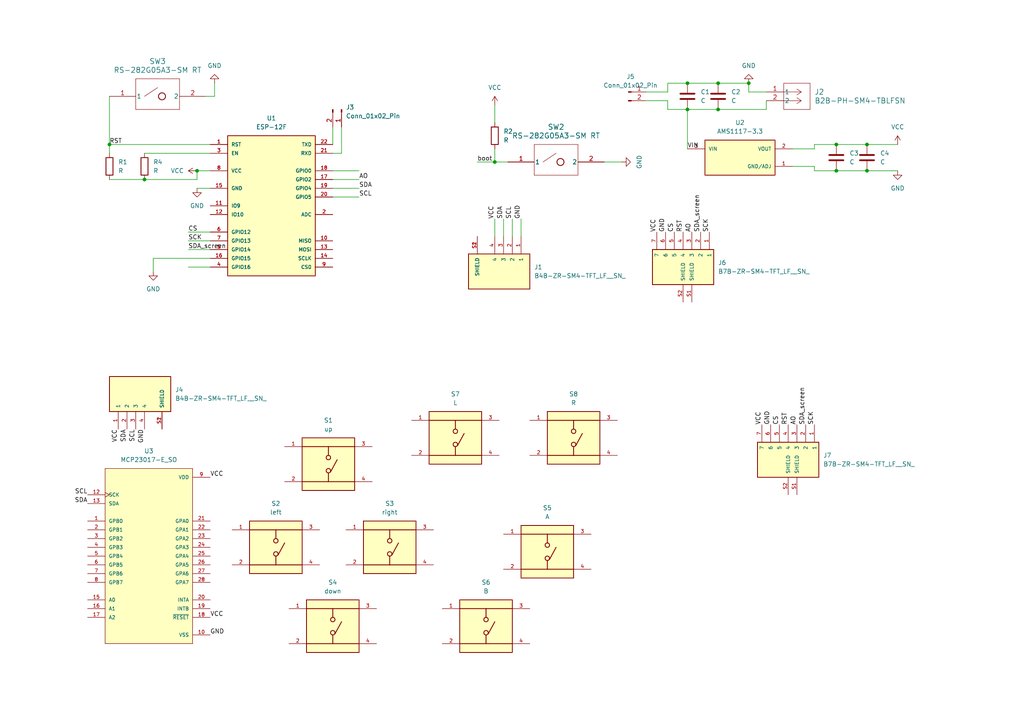
<source format=kicad_sch>
(kicad_sch (version 20230121) (generator eeschema)
  (paper "A4")
  (lib_symbols
    (symbol "Connector:Conn_01x02_Pin" (pin_names (offset 1.016) hide)
      (property "Reference" "J" (at 0 2.54 0))
      (property "Value" "Conn_01x02_Pin" (at 0 -5.08 0))
      (symbol "Conn_01x02_Pin_1_1"
        (polyline (pts (xy 1.27 -2.54) (xy 0.8636 -2.54)) (stroke (width 0.1524)))
        (polyline (pts (xy 1.27 0) (xy 0.8636 0)) (stroke (width 0.1524)))
        (rectangle (start 0.8636 -2.413) (end 0 -2.667) (stroke (width 0.1524)) (fill (type outline)))
        (rectangle (start 0.8636 0.127) (end 0 -0.127) (stroke (width 0.1524)) (fill (type outline)))
        (pin passive line (at 5.08 0 180) (length 3.81) (name "Pin_1") (number "1"))
        (pin passive line (at 5.08 -2.54 180) (length 3.81) (name "Pin_2") (number "2"))
      )
    )
    (symbol "Device:C" (pin_numbers hide) (pin_names (offset 0.254))
      (property "Reference" "C" (at 0.635 2.54 0))
      (property "Value" "C" (at 0.635 -2.54 0))
      (symbol "C_0_1"
        (polyline (pts (xy -2.032 -0.762) (xy 2.032 -0.762)) (stroke (width 0.508)))
        (polyline (pts (xy -2.032 0.762) (xy 2.032 0.762)) (stroke (width 0.508)))
      )
      (symbol "C_1_1"
        (pin passive line (at 0 3.81 270) (length 2.794) (name "~") (number "1"))
        (pin passive line (at 0 -3.81 90) (length 2.794) (name "~") (number "2"))
      )
    )
    (symbol "Device:R" (pin_numbers hide) (pin_names (offset 0))
      (property "Reference" "R" (at 2.032 0 90))
      (property "Value" "R" (at 0 0 90))
      (symbol "R_0_1"
        (rectangle (start -1.016 -2.54) (end 1.016 2.54) (stroke (width 0.254)))
      )
      (symbol "R_1_1"
        (pin passive line (at 0 3.81 270) (length 1.27) (name "~") (number "1"))
        (pin passive line (at 0 -3.81 90) (length 1.27) (name "~") (number "2"))
      )
    )
    (symbol "esp_example_symbols:AMS1117-3.3" (pin_names (offset 1.016))
      (property "Reference" "U" (at -10.16 5.588 0))
      (property "Value" "AMS1117-3.3" (at -10.16 -8.128 0))
      (symbol "AMS1117-3.3_0_0"
        (rectangle (start -10.16 -5.08) (end 10.16 5.08) (stroke (width 0.254)) (fill (type background)))
        (pin power_in line (at 15.24 -2.54 180) (length 5.08) (name "GND/ADJ") (number "1"))
        (pin output line (at 15.24 2.54 180) (length 5.08) (name "VOUT") (number "2"))
        (pin input line (at -15.24 2.54 0) (length 5.08) (name "VIN") (number "3"))
      )
    )
    (symbol "esp_example_symbols:B2B-PH-SM4-TBLFSN" (pin_names (offset 0.254))
      (property "Reference" "J" (at 8.89 6.35 0))
      (property "Value" "B2B-PH-SM4-TBLFSN" (at 0 0 0))
      (symbol "B2B-PH-SM4-TBLFSN_1_1"
        (polyline (pts (xy 5.08 -5.08) (xy 12.7 -5.08)) (stroke (width 0.127)))
        (polyline (pts (xy 5.08 2.54) (xy 5.08 -5.08)) (stroke (width 0.127)))
        (polyline (pts (xy 10.16 -2.54) (xy 5.08 -2.54)) (stroke (width 0.127)))
        (polyline (pts (xy 10.16 -2.54) (xy 8.89 -3.3867)) (stroke (width 0.127)))
        (polyline (pts (xy 10.16 -2.54) (xy 8.89 -1.6933)) (stroke (width 0.127)))
        (polyline (pts (xy 10.16 0) (xy 5.08 0)) (stroke (width 0.127)))
        (polyline (pts (xy 10.16 0) (xy 8.89 -0.8467)) (stroke (width 0.127)))
        (polyline (pts (xy 10.16 0) (xy 8.89 0.8467)) (stroke (width 0.127)))
        (polyline (pts (xy 12.7 -5.08) (xy 12.7 2.54)) (stroke (width 0.127)))
        (polyline (pts (xy 12.7 2.54) (xy 5.08 2.54)) (stroke (width 0.127)))
        (pin unspecified line (at 0 0 0) (length 5.08) (name "1") (number "1"))
        (pin unspecified line (at 0 -2.54 0) (length 5.08) (name "2") (number "2"))
      )
      (symbol "B2B-PH-SM4-TBLFSN_1_2"
        (polyline (pts (xy 5.08 -5.08) (xy 12.7 -5.08)) (stroke (width 0.127)))
        (polyline (pts (xy 5.08 2.54) (xy 5.08 -5.08)) (stroke (width 0.127)))
        (polyline (pts (xy 7.62 -2.54) (xy 5.08 -2.54)) (stroke (width 0.127)))
        (polyline (pts (xy 7.62 -2.54) (xy 8.89 -3.3867)) (stroke (width 0.127)))
        (polyline (pts (xy 7.62 -2.54) (xy 8.89 -1.6933)) (stroke (width 0.127)))
        (polyline (pts (xy 7.62 0) (xy 5.08 0)) (stroke (width 0.127)))
        (polyline (pts (xy 7.62 0) (xy 8.89 -0.8467)) (stroke (width 0.127)))
        (polyline (pts (xy 7.62 0) (xy 8.89 0.8467)) (stroke (width 0.127)))
        (polyline (pts (xy 12.7 -5.08) (xy 12.7 2.54)) (stroke (width 0.127)))
        (polyline (pts (xy 12.7 2.54) (xy 5.08 2.54)) (stroke (width 0.127)))
        (pin unspecified line (at 0 0 0) (length 5.08) (name "1") (number "1"))
        (pin unspecified line (at 0 -2.54 0) (length 5.08) (name "2") (number "2"))
      )
    )
    (symbol "esp_example_symbols:B4B-ZR-SM4-TFT_LF__SN_" (pin_names (offset 1.016))
      (property "Reference" "J" (at -5.08 10.795 0))
      (property "Value" "B4B-ZR-SM4-TFT_LF__SN_" (at -5.08 -10.16 0))
      (symbol "B4B-ZR-SM4-TFT_LF__SN__0_0"
        (rectangle (start -5.08 10.16) (end 5.08 -7.62) (stroke (width 0.254)) (fill (type background)))
        (pin passive line (at -10.16 7.62 0) (length 5.08) (name "1") (number "1"))
        (pin passive line (at -10.16 5.08 0) (length 5.08) (name "2") (number "2"))
        (pin passive line (at -10.16 2.54 0) (length 5.08) (name "3") (number "3"))
        (pin passive line (at -10.16 0 0) (length 5.08) (name "4") (number "4"))
        (pin passive line (at -10.16 -5.08 0) (length 5.08) (name "SHIELD") (number "S1"))
        (pin passive line (at -10.16 -5.08 0) (length 5.08) (name "SHIELD") (number "S2"))
      )
    )
    (symbol "esp_example_symbols:B7B-ZR-SM4-TFT_LF__SN_" (pin_names (offset 1.016))
      (property "Reference" "J" (at -5.08 10.795 0))
      (property "Value" "B7B-ZR-SM4-TFT_LF__SN_" (at -5.08 -10.16 0))
      (symbol "B7B-ZR-SM4-TFT_LF__SN__0_0"
        (rectangle (start -5.08 10.16) (end 5.08 -7.62) (stroke (width 0.254)) (fill (type background)))
        (pin passive line (at -10.16 8.89 0) (length 5.08) (name "1") (number "1"))
        (pin passive line (at -10.16 6.35 0) (length 5.08) (name "2") (number "2"))
        (pin passive line (at -10.16 3.81 0) (length 5.08) (name "3") (number "3"))
        (pin passive line (at -10.16 1.27 0) (length 5.08) (name "4") (number "4"))
        (pin passive line (at 10.16 3.81 180) (length 5.08) (name "SHIELD") (number "S1"))
        (pin passive line (at 10.16 1.27 180) (length 5.08) (name "SHIELD") (number "S2"))
      )
      (symbol "B7B-ZR-SM4-TFT_LF__SN__1_0"
        (pin passive line (at -10.16 -1.27 0) (length 5.08) (name "5") (number "5"))
        (pin passive line (at -10.16 -3.81 0) (length 5.08) (name "6") (number "6"))
        (pin passive line (at -10.16 -6.35 0) (length 5.08) (name "7") (number "7"))
      )
    )
    (symbol "esp_example_symbols:ESP-12F" (pin_names (offset 1.016))
      (property "Reference" "U" (at -12.7254 22.9057 0))
      (property "Value" "ESP-12F" (at -12.7237 -22.9026 0))
      (symbol "ESP-12F_0_0"
        (rectangle (start -12.7 20.32) (end 12.7 -20.32) (stroke (width 0.254)) (fill (type background)))
        (pin bidirectional line (at -17.78 17.78 0) (length 5.08) (name "RST") (number "1"))
        (pin bidirectional line (at 17.78 -10.16 180) (length 5.08) (name "MISO") (number "10"))
        (pin bidirectional line (at -17.78 0 0) (length 5.08) (name "IO9") (number "11"))
        (pin bidirectional line (at -17.78 -2.54 0) (length 5.08) (name "IO10") (number "12"))
        (pin bidirectional line (at 17.78 -12.7 180) (length 5.08) (name "MOSI") (number "13"))
        (pin bidirectional line (at 17.78 -15.24 180) (length 5.08) (name "SCLK") (number "14"))
        (pin bidirectional line (at -17.78 5.08 0) (length 5.08) (name "GND") (number "15"))
        (pin bidirectional line (at -17.78 -15.24 0) (length 5.08) (name "GPIO15") (number "16"))
        (pin bidirectional line (at 17.78 7.62 180) (length 5.08) (name "GPIO2") (number "17"))
        (pin bidirectional line (at 17.78 10.16 180) (length 5.08) (name "GPIO0") (number "18"))
        (pin bidirectional line (at 17.78 5.08 180) (length 5.08) (name "GPIO4") (number "19"))
        (pin bidirectional line (at 17.78 -2.54 180) (length 5.08) (name "ADC") (number "2"))
        (pin bidirectional line (at 17.78 2.54 180) (length 5.08) (name "GPIO5") (number "20"))
        (pin bidirectional line (at 17.78 15.24 180) (length 5.08) (name "RXD") (number "21"))
        (pin bidirectional line (at 17.78 17.78 180) (length 5.08) (name "TXD") (number "22"))
        (pin bidirectional line (at -17.78 15.24 0) (length 5.08) (name "EN") (number "3"))
        (pin bidirectional line (at -17.78 -17.78 0) (length 5.08) (name "GPIO16") (number "4"))
        (pin bidirectional line (at -17.78 -12.7 0) (length 5.08) (name "GPIO14") (number "5"))
        (pin bidirectional line (at -17.78 -7.62 0) (length 5.08) (name "GPIO12") (number "6"))
        (pin bidirectional line (at -17.78 -10.16 0) (length 5.08) (name "GPIO13") (number "7"))
        (pin bidirectional line (at -17.78 10.16 0) (length 5.08) (name "VCC") (number "8"))
        (pin bidirectional line (at 17.78 -17.78 180) (length 5.08) (name "CS0") (number "9"))
      )
    )
    (symbol "esp_example_symbols:MCP23017-E_SO" (pin_names (offset 1.016))
      (property "Reference" "U" (at -12.7 25.4 0))
      (property "Value" "MCP23017-E_SO" (at -12.7 -27.94 0))
      (symbol "MCP23017-E_SO_0_0"
        (rectangle (start -12.7 -25.4) (end 12.7 25.4) (stroke (width 0.1524)) (fill (type background)))
        (pin bidirectional line (at -17.78 10.16 0) (length 5.08) (name "GPB0") (number "1"))
        (pin power_in line (at 17.78 -22.86 180) (length 5.08) (name "VSS") (number "10"))
        (pin input clock (at -17.78 17.78 0) (length 5.08) (name "SCK") (number "12"))
        (pin bidirectional line (at -17.78 15.24 0) (length 5.08) (name "SDA") (number "13"))
        (pin input line (at -17.78 -12.7 0) (length 5.08) (name "A0") (number "15"))
        (pin input line (at -17.78 -15.24 0) (length 5.08) (name "A1") (number "16"))
        (pin input line (at -17.78 -17.78 0) (length 5.08) (name "A2") (number "17"))
        (pin output line (at 17.78 -17.78 180) (length 5.08) (name "~{RESET}") (number "18"))
        (pin output line (at 17.78 -15.24 180) (length 5.08) (name "INTB") (number "19"))
        (pin bidirectional line (at -17.78 7.62 0) (length 5.08) (name "GPB1") (number "2"))
        (pin output line (at 17.78 -12.7 180) (length 5.08) (name "INTA") (number "20"))
        (pin bidirectional line (at 17.78 10.16 180) (length 5.08) (name "GPA0") (number "21"))
        (pin bidirectional line (at 17.78 7.62 180) (length 5.08) (name "GPA1") (number "22"))
        (pin bidirectional line (at 17.78 5.08 180) (length 5.08) (name "GPA2") (number "23"))
        (pin bidirectional line (at 17.78 2.54 180) (length 5.08) (name "GPA3") (number "24"))
        (pin bidirectional line (at 17.78 0 180) (length 5.08) (name "GPA4") (number "25"))
        (pin bidirectional line (at 17.78 -2.54 180) (length 5.08) (name "GPA5") (number "26"))
        (pin bidirectional line (at 17.78 -5.08 180) (length 5.08) (name "GPA6") (number "27"))
        (pin bidirectional line (at 17.78 -7.62 180) (length 5.08) (name "GPA7") (number "28"))
        (pin bidirectional line (at -17.78 5.08 0) (length 5.08) (name "GPB2") (number "3"))
        (pin bidirectional line (at -17.78 2.54 0) (length 5.08) (name "GPB3") (number "4"))
        (pin bidirectional line (at -17.78 0 0) (length 5.08) (name "GPB4") (number "5"))
        (pin bidirectional line (at -17.78 -2.54 0) (length 5.08) (name "GPB5") (number "6"))
        (pin bidirectional line (at -17.78 -5.08 0) (length 5.08) (name "GPB6") (number "7"))
        (pin bidirectional line (at -17.78 -7.62 0) (length 5.08) (name "GPB7") (number "8"))
        (pin power_in line (at 17.78 22.86 180) (length 5.08) (name "VDD") (number "9"))
      )
    )
    (symbol "esp_example_symbols:RS-282G05A3-SM_RT" (pin_names (offset 0.254))
      (property "Reference" "SW" (at 40.64 12.7 0))
      (property "Value" "RS-282G05A3-SM RT" (at 40.64 10.16 0))
      (symbol "RS-282G05A3-SM_RT_0_1"
        (polyline (pts (xy 50.8 -3.81) (xy 63.5 -3.81)) (stroke (width 0.127)))
        (polyline (pts (xy 50.8 5.08) (xy 50.8 -3.81)) (stroke (width 0.127)))
        (polyline (pts (xy 53.34 0) (xy 57.15 2.54)) (stroke (width 0.127)))
        (polyline (pts (xy 63.5 -3.81) (xy 63.5 5.08)) (stroke (width 0.127)))
        (polyline (pts (xy 63.5 5.08) (xy 50.8 5.08)) (stroke (width 0.127)))
        (circle (center 58.42 0) (radius 1.016) (stroke (width 0.254)))
        (pin unspecified line (at 43.18 0 0) (length 7.62) (name "1") (number "1"))
        (pin unspecified line (at 71.12 0 180) (length 7.62) (name "2") (number "2"))
      )
    )
    (symbol "esp_example_symbols:switch" (pin_names (offset 1.016))
      (property "Reference" "S" (at -7.62 8.382 0))
      (property "Value" "switch" (at -7.62 -8.382 0))
      (symbol "switch_0_0"
        (rectangle (start -7.62 7.62) (end 7.62 -7.62) (stroke (width 0.254)) (fill (type background)))
        (circle (center 0 -1.905) (radius 0.635) (stroke (width 0.254)))
        (polyline (pts (xy 0 -5.08) (xy -7.62 -5.08)) (stroke (width 0.254)))
        (polyline (pts (xy 0 -5.08) (xy 7.62 -5.08)) (stroke (width 0.254)))
        (polyline (pts (xy 0 -2.54) (xy 0 -5.08)) (stroke (width 0.254)))
        (polyline (pts (xy 0 5.08) (xy -7.62 5.08)) (stroke (width 0.254)))
        (polyline (pts (xy 0 5.08) (xy 0 2.54)) (stroke (width 0.254)))
        (polyline (pts (xy 0 5.08) (xy 7.62 5.08)) (stroke (width 0.254)))
        (polyline (pts (xy 0.635 -2.2225) (xy 2.54 1.27)) (stroke (width 0.254)))
        (circle (center 0 1.905) (radius 0.635) (stroke (width 0.254)))
        (pin passive line (at -12.7 5.08 0) (length 5.08) (name "~") (number "1"))
        (pin passive line (at -12.7 -5.08 0) (length 5.08) (name "~") (number "2"))
        (pin passive line (at 12.7 5.08 180) (length 5.08) (name "~") (number "3"))
        (pin passive line (at 12.7 -5.08 180) (length 5.08) (name "~") (number "4"))
      )
    )
    (symbol "power:GND" (power) (pin_names (offset 0))
      (property "Value" "GND" (at 0 -3.81 0))
      (symbol "GND_0_1"
        (polyline (pts (xy 0 0) (xy 0 -1.27) (xy 1.27 -1.27) (xy 0 -2.54) (xy -1.27 -1.27) (xy 0 -1.27)))
      )
      (symbol "GND_1_1"
        (pin power_in line (at 0 0 270) (length 0) hide (name "GND") (number "1"))
      )
    )
    (symbol "power:VCC" (power) (pin_names (offset 0))
      (property "Value" "VCC" (at 0 3.81 0))
      (symbol "VCC_0_1"
        (polyline (pts (xy -0.762 1.27) (xy 0 2.54)))
        (polyline (pts (xy 0 0) (xy 0 2.54)))
        (polyline (pts (xy 0 2.54) (xy 0.762 1.27)))
      )
      (symbol "VCC_1_1"
        (pin power_in line (at 0 0 90) (length 0) hide (name "VCC") (number "1"))
      )
    )
  )
  (junction (at 251.46 41.91))
  (junction (at 143.51 46.99))
  (junction (at 242.57 49.53))
  (junction (at 199.39 24.13))
  (junction (at 242.57 41.91))
  (junction (at 199.39 31.75))
  (junction (at 208.28 31.75))
  (junction (at 251.46 49.53))
  (junction (at 208.28 24.13))
  (junction (at 217.17 24.13))
  (junction (at 57.15 49.53))
  (junction (at 41.91 52.07))
  (junction (at 31.75 41.91))
  (wire (pts (xy 44.45 74.93) (xy 60.96 74.93)))
  (wire (pts (xy 199.39 24.13) (xy 208.28 24.13)))
  (wire (pts (xy 242.57 41.91) (xy 236.22 41.91)))
  (wire (pts (xy 229.87 48.26) (xy 236.22 48.26)))
  (wire (pts (xy 57.15 52.07) (xy 57.15 49.53)))
  (wire (pts (xy 99.06 44.45) (xy 96.52 44.45)))
  (wire (pts (xy 193.675 26.67) (xy 193.675 24.13)))
  (wire (pts (xy 143.51 63.5) (xy 143.51 68.58)))
  (wire (pts (xy 143.51 46.99) (xy 147.32 46.99)))
  (wire (pts (xy 217.17 26.67) (xy 222.25 26.67)))
  (wire (pts (xy 260.35 49.53) (xy 251.46 49.53)))
  (wire (pts (xy 236.22 49.53) (xy 242.57 49.53)))
  (wire (pts (xy 138.43 46.99) (xy 143.51 46.99)))
  (wire (pts (xy 193.675 24.13) (xy 199.39 24.13)))
  (wire (pts (xy 96.52 57.15) (xy 104.14 57.15)))
  (wire (pts (xy 143.51 46.99) (xy 143.51 43.18)))
  (wire (pts (xy 57.15 54.61) (xy 60.96 54.61)))
  (wire (pts (xy 41.91 52.07) (xy 57.15 52.07)))
  (wire (pts (xy 222.25 31.75) (xy 222.25 29.21)))
  (wire (pts (xy 31.75 41.91) (xy 31.75 44.45)))
  (wire (pts (xy 217.17 24.13) (xy 217.17 26.67)))
  (wire (pts (xy 62.23 24.13) (xy 62.23 27.94)))
  (wire (pts (xy 44.45 78.74) (xy 44.45 74.93)))
  (wire (pts (xy 96.52 36.83) (xy 96.52 41.91)))
  (wire (pts (xy 31.75 27.94) (xy 31.75 41.91)))
  (wire (pts (xy 187.325 29.21) (xy 193.675 29.21)))
  (wire (pts (xy 199.39 31.75) (xy 199.39 43.18)))
  (wire (pts (xy 236.22 49.53) (xy 236.22 48.26)))
  (wire (pts (xy 143.51 30.48) (xy 143.51 35.56)))
  (wire (pts (xy 193.675 31.75) (xy 199.39 31.75)))
  (wire (pts (xy 54.61 72.39) (xy 60.96 72.39)))
  (wire (pts (xy 99.06 36.83) (xy 99.06 44.45)))
  (wire (pts (xy 236.22 41.91) (xy 236.22 43.18)))
  (wire (pts (xy 41.91 44.45) (xy 60.96 44.45)))
  (wire (pts (xy 57.15 49.53) (xy 60.96 49.53)))
  (wire (pts (xy 54.61 77.47) (xy 60.96 77.47)))
  (wire (pts (xy 175.26 46.99) (xy 180.34 46.99)))
  (wire (pts (xy 54.61 67.31) (xy 60.96 67.31)))
  (wire (pts (xy 54.61 69.85) (xy 60.96 69.85)))
  (wire (pts (xy 96.52 49.53) (xy 104.14 49.53)))
  (wire (pts (xy 187.325 26.67) (xy 193.675 26.67)))
  (wire (pts (xy 31.75 52.07) (xy 41.91 52.07)))
  (wire (pts (xy 229.87 43.18) (xy 236.22 43.18)))
  (wire (pts (xy 208.28 24.13) (xy 217.17 24.13)))
  (wire (pts (xy 260.35 41.91) (xy 251.46 41.91)))
  (wire (pts (xy 60.96 41.91) (xy 31.75 41.91)))
  (wire (pts (xy 208.28 31.75) (xy 222.25 31.75)))
  (wire (pts (xy 199.39 31.75) (xy 208.28 31.75)))
  (wire (pts (xy 96.52 54.61) (xy 104.14 54.61)))
  (wire (pts (xy 146.05 63.5) (xy 146.05 68.58)))
  (wire (pts (xy 251.46 49.53) (xy 242.57 49.53)))
  (wire (pts (xy 193.675 29.21) (xy 193.675 31.75)))
  (wire (pts (xy 96.52 52.07) (xy 104.14 52.07)))
  (wire (pts (xy 242.57 41.91) (xy 251.46 41.91)))
  (wire (pts (xy 62.23 27.94) (xy 59.69 27.94)))
  (wire (pts (xy 151.13 63.5) (xy 151.13 68.58)))
  (wire (pts (xy 148.59 63.5) (xy 148.59 68.58)))
  (label "SDA_screen" (at 54.61 72.39 0))
  (label "GND" (at 223.52 123.19 90))
  (label "boot" (at 138.43 46.99 0))
  (label "AO" (at 231.14 123.19 90))
  (label "VCC" (at 34.29 124.46 270))
  (label "SDA" (at 104.14 54.61 0))
  (label "VCC" (at 143.51 63.5 90))
  (label "SDA" (at 25.4 146.05 180))
  (label "VCC" (at 190.5 67.31 90))
  (label "GND" (at 151.13 63.5 90))
  (label "RST" (at 31.75 41.91 0))
  (label "SCL" (at 148.59 63.5 90))
  (label "SCL" (at 39.37 124.46 270))
  (label "SCK" (at 54.61 69.85 0))
  (label "SDA_screen" (at 203.2 67.31 90))
  (label "CS" (at 54.61 67.31 0))
  (label "AO" (at 200.66 67.31 90))
  (label "VCC" (at 60.96 179.07 0))
  (label "GND" (at 193.04 67.31 90))
  (label "VCC" (at 60.96 138.43 0))
  (label "AO" (at 104.14 52.07 0))
  (label "RST" (at 198.12 67.31 90))
  (label "SCL" (at 104.14 57.15 0))
  (label "SDA" (at 36.83 124.46 270))
  (label "CS" (at 195.58 67.31 90))
  (label "GND" (at 41.91 124.46 270))
  (label "SDA" (at 146.05 63.5 90))
  (label "RST" (at 228.6 123.19 90))
  (label "VIN" (at 199.39 43.18 0))
  (label "SCK" (at 236.22 123.19 90))
  (label "SCK" (at 205.74 67.31 90))
  (label "SCL" (at 25.4 143.51 180))
  (label "VCC" (at 220.98 123.19 90))
  (label "SDA_screen" (at 233.68 123.19 90))
  (label "GND" (at 60.96 184.15 0))
  (label "CS" (at 226.06 123.19 90))
  (symbol (lib_id "Connector:Conn_01x02_Pin") (at 182.245 26.67 0) (unit 1)
    (property "Reference" "J5" (at 182.88 22.225 0))
    (property "Value" "Conn_01x02_Pin" (at 182.88 24.765 0))
    (property "Footprint" "Connector_PinHeader_2.54mm:PinHeader_1x02_P2.54mm_Vertical" (effects hide))
  )
  (symbol (lib_id "esp_example_symbols:MCP23017-E_SO") (at 43.18 161.29 0) (unit 1)
    (property "Reference" "U3" (at 43.18 130.81 0))
    (property "Value" "MCP23017-E_SO" (at 43.18 133.35 0))
  )
  (symbol (lib_id "power:GND") (at 180.34 46.99 90) (unit 1)
    (property "Reference" "#PWR09" (effects hide))
    (property "Value" "GND" (at 185.42 46.99 0))
  )
  (symbol (lib_id "esp_example_symbols:switch") (at 96.52 181.61 0) (unit 1)
    (property "Reference" "S4" (at 96.52 168.91 0))
    (property "Value" "down" (at 96.52 171.45 0))
  )
  (symbol (lib_id "esp_example_symbols:B2B-PH-SM4-TBLFSN") (at 222.25 26.67 0) (unit 1)
    (property "Reference" "J2" (at 236.22 26.67 0) (effects (font (size 1.524 1.524)) (justify left)))
    (property "Value" "B2B-PH-SM4-TBLFSN" (at 236.22 29.21 0) (effects (font (size 1.524 1.524)) (justify left)))
    (property "Footprint" "esp_lib:CONN_B2B-PH-SM4-TBLFSN_JST" (effects hide))
    (property "Datasheet" "B2B-PH-SM4-TBLFSN" (effects hide))
  )
  (symbol (lib_id "power:GND") (at 260.35 49.53 0) (unit 1)
    (property "Reference" "#PWR04" (effects hide))
    (property "Value" "GND" (at 260.35 54.61 0))
  )
  (symbol (lib_id "esp_example_symbols:switch") (at 113.03 158.75 0) (unit 1)
    (property "Reference" "S3" (at 113.03 146.05 0))
    (property "Value" "right" (at 113.03 148.59 0))
  )
  (symbol (lib_id "esp_example_symbols:switch") (at 95.25 134.62 0) (unit 1)
    (property "Reference" "S1" (at 95.25 121.92 0))
    (property "Value" "up" (at 95.25 124.46 0))
  )
  (symbol (lib_id "esp_example_symbols:ESP-12F") (at 78.74 59.69 0) (unit 1)
    (property "Reference" "U1" (at 78.74 34.29 0))
    (property "Value" "ESP-12F" (at 78.74 36.83 0))
    (property "Footprint" "esp_lib:ESP-12F" (effects hide))
    (property "MF" "AI-Thinker" (effects hide))
    (property "Description" "\nWiFi Module\n" (effects hide))
    (property "Package" "Package" (effects hide))
    (property "Price" "None" (effects hide))
    (property "SnapEDA_Link" "https://www.snapeda.com/parts/ESP-12F/AI-Thinker/view-part/?ref=snap" (effects hide))
    (property "MP" "ESP-12F" (effects hide))
    (property "Availability" "Not in stock" (effects hide))
    (property "Check_prices" "https://www.snapeda.com/parts/ESP-12F/AI-Thinker/view-part/?ref=eda" (effects hide))
  )
  (symbol (lib_id "esp_example_symbols:switch") (at 140.97 181.61 0) (unit 1)
    (property "Reference" "S6" (at 140.97 168.91 0))
    (property "Value" "B" (at 140.97 171.45 0))
  )
  (symbol (lib_id "power:GND") (at 217.17 24.13 180) (unit 1)
    (property "Reference" "#PWR07" (effects hide))
    (property "Value" "GND" (at 217.17 19.05 0))
  )
  (symbol (lib_id "esp_example_symbols:B7B-ZR-SM4-TFT_LF__SN_") (at 196.85 77.47 270) (unit 1)
    (property "Reference" "J6" (at 208.28 76.2 90) (effects (justify left)))
    (property "Value" "B7B-ZR-SM4-TFT_LF__SN_" (at 208.28 78.74 90) (effects (justify left)))
  )
  (symbol (lib_id "esp_example_symbols:AMS1117-3.3") (at 214.63 45.72 0) (unit 1)
    (property "Reference" "U2" (at 214.63 35.56 0))
    (property "Value" "AMS1117-3.3" (at 214.63 38.1 0))
    (property "Footprint" "esp_lib:SOT229P700X180-4N" (effects hide))
    (property "SnapEDA_Link" "https://www.snapeda.com/parts/AMS1117-3.3/Umwelt+Sensor+Teknik/view-part/?ref=snap" (effects hide))
    (property "Description" "\nLinear Voltage Regulator IC Positive Fixed 1 Output 1A SOT-223-3L\n" (effects hide))
    (property "Package" "None" (effects hide))
    (property "Price" "None" (effects hide))
    (property "MF" "UMW" (effects hide))
    (property "MP" "AMS1117-3.3" (effects hide))
    (property "Availability" "In Stock" (effects hide))
    (property "Check_prices" "https://www.snapeda.com/parts/AMS1117-3.3/Umwelt+Sensor+Teknik/view-part/?ref=eda" (effects hide))
  )
  (symbol (lib_id "esp_example_symbols:switch") (at 158.75 160.02 0) (unit 1)
    (property "Reference" "S5" (at 158.75 147.32 0))
    (property "Value" "A" (at 158.75 149.86 0))
  )
  (symbol (lib_id "esp_example_symbols:B7B-ZR-SM4-TFT_LF__SN_") (at 227.33 133.35 270) (unit 1)
    (property "Reference" "J7" (at 238.76 132.08 90) (effects (justify left)))
    (property "Value" "B7B-ZR-SM4-TFT_LF__SN_" (at 238.76 134.62 90) (effects (justify left)))
  )
  (symbol (lib_id "Device:R") (at 31.75 48.26 0) (unit 1)
    (property "Reference" "R1" (at 34.29 46.99 0) (effects (justify left)))
    (property "Value" "R" (at 34.29 49.53 0) (effects (justify left)))
    (property "Footprint" "Resistor_SMD:R_0805_2012Metric" (effects hide))
  )
  (symbol (lib_id "esp_example_symbols:RS-282G05A3-SM_RT") (at 104.14 46.99 0) (unit 1)
    (property "Reference" "SW2" (at 161.29 36.83 0) (effects (font (size 1.524 1.524))))
    (property "Value" "RS-282G05A3-SM RT" (at 161.29 39.37 0) (effects (font (size 1.524 1.524))))
    (property "Footprint" "esp_lib:RS-282G05A3-SM RT_CNK" (effects hide))
    (property "Datasheet" "RS-282G05A3-SM RT" (effects hide))
  )
  (symbol (lib_id "esp_example_symbols:B4B-ZR-SM4-TFT_LF__SN_") (at 143.51 78.74 270) (unit 1)
    (property "Reference" "J1" (at 154.94 77.47 90) (effects (justify left)))
    (property "Value" "B4B-ZR-SM4-TFT_LF__SN_" (at 154.94 80.01 90) (effects (justify left)))
  )
  (symbol (lib_id "Device:C") (at 208.28 27.94 0) (unit 1)
    (property "Reference" "C2" (at 212.09 26.67 0) (effects (justify left)))
    (property "Value" "C" (at 212.09 29.21 0) (effects (justify left)))
    (property "Footprint" "Capacitor_SMD:C_0805_2012Metric" (effects hide))
  )
  (symbol (lib_id "Device:C") (at 199.39 27.94 0) (unit 1)
    (property "Reference" "C1" (at 203.2 26.67 0) (effects (justify left)))
    (property "Value" "C" (at 203.2 29.21 0) (effects (justify left)))
    (property "Footprint" "Capacitor_SMD:C_0805_2012Metric" (effects hide))
  )
  (symbol (lib_id "esp_example_symbols:switch") (at 132.08 127 0) (unit 1)
    (property "Reference" "S7" (at 132.08 114.3 0))
    (property "Value" "L" (at 132.08 116.84 0))
  )
  (symbol (lib_id "power:GND") (at 44.45 78.74 0) (unit 1)
    (property "Reference" "#PWR015" (effects hide))
    (property "Value" "GND" (at 44.45 83.82 0))
  )
  (symbol (lib_id "power:VCC") (at 260.35 41.91 0) (unit 1)
    (property "Reference" "#PWR01" (effects hide))
    (property "Value" "VCC" (at 260.35 36.83 0))
  )
  (symbol (lib_id "power:GND") (at 62.23 24.13 180) (unit 1)
    (property "Reference" "#PWR010" (effects hide))
    (property "Value" "GND" (at 62.23 19.05 0))
  )
  (symbol (lib_id "Device:R") (at 143.51 39.37 0) (unit 1)
    (property "Reference" "R2" (at 146.05 38.1 0) (effects (justify left)))
    (property "Value" "R" (at 146.05 40.64 0) (effects (justify left)))
    (property "Footprint" "Resistor_SMD:R_0805_2012Metric" (effects hide))
  )
  (symbol (lib_id "power:VCC") (at 57.15 49.53 90) (unit 1)
    (property "Reference" "#PWR02" (effects hide))
    (property "Value" "VCC" (at 53.34 49.53 90) (effects (justify left)))
  )
  (symbol (lib_id "esp_example_symbols:switch") (at 166.37 127 0) (unit 1)
    (property "Reference" "S8" (at 166.37 114.3 0))
    (property "Value" "R" (at 166.37 116.84 0))
  )
  (symbol (lib_id "power:GND") (at 57.15 54.61 0) (unit 1)
    (property "Reference" "#PWR03" (effects hide))
    (property "Value" "GND" (at 57.15 59.69 0))
  )
  (symbol (lib_id "power:VCC") (at 143.51 30.48 0) (unit 1)
    (property "Reference" "#PWR08" (effects hide))
    (property "Value" "VCC" (at 143.51 25.4 0))
  )
  (symbol (lib_id "Device:R") (at 41.91 48.26 0) (unit 1)
    (property "Reference" "R4" (at 44.45 46.99 0) (effects (justify left)))
    (property "Value" "R" (at 44.45 49.53 0) (effects (justify left)))
    (property "Footprint" "Resistor_SMD:R_0805_2012Metric" (effects hide))
  )
  (symbol (lib_id "Device:C") (at 251.46 45.72 0) (unit 1)
    (property "Reference" "C4" (at 255.27 44.45 0) (effects (justify left)))
    (property "Value" "C" (at 255.27 46.99 0) (effects (justify left)))
    (property "Footprint" "Capacitor_SMD:C_0805_2012Metric" (effects hide))
  )
  (symbol (lib_id "esp_example_symbols:switch") (at 80.01 158.75 0) (unit 1)
    (property "Reference" "S2" (at 80.01 146.05 0))
    (property "Value" "left" (at 80.01 148.59 0))
  )
  (symbol (lib_id "Device:C") (at 242.57 45.72 0) (unit 1)
    (property "Reference" "C3" (at 246.38 44.45 0) (effects (justify left)))
    (property "Value" "C" (at 246.38 46.99 0) (effects (justify left)))
    (property "Footprint" "Capacitor_SMD:C_0805_2012Metric" (effects hide))
  )
  (symbol (lib_id "Connector:Conn_01x02_Pin") (at 99.06 31.75 270) (unit 1)
    (property "Reference" "J3" (at 100.33 31.115 90) (effects (justify left)))
    (property "Value" "Conn_01x02_Pin" (at 100.33 33.655 90) (effects (justify left)))
    (property "Footprint" "Connector_PinHeader_2.54mm:PinHeader_1x02_P2.54mm_Vertical" (effects hide))
  )
  (symbol (lib_id "esp_example_symbols:B4B-ZR-SM4-TFT_LF__SN_") (at 41.91 114.3 90) (unit 1)
    (property "Reference" "J4" (at 50.8 113.03 90) (effects (justify right)))
    (property "Value" "B4B-ZR-SM4-TFT_LF__SN_" (at 50.8 115.57 90) (effects (justify right)))
  )
  (symbol (lib_id "esp_example_symbols:RS-282G05A3-SM_RT") (at -11.43 27.94 0) (unit 1)
    (property "Reference" "SW3" (at 45.72 17.78 0) (effects (font (size 1.524 1.524))))
    (property "Value" "RS-282G05A3-SM RT" (at 45.72 20.32 0) (effects (font (size 1.524 1.524))))
    (property "Footprint" "esp_lib:RS-282G05A3-SM RT_CNK" (effects hide))
    (property "Datasheet" "RS-282G05A3-SM RT" (effects hide))
  )
)
</source>
